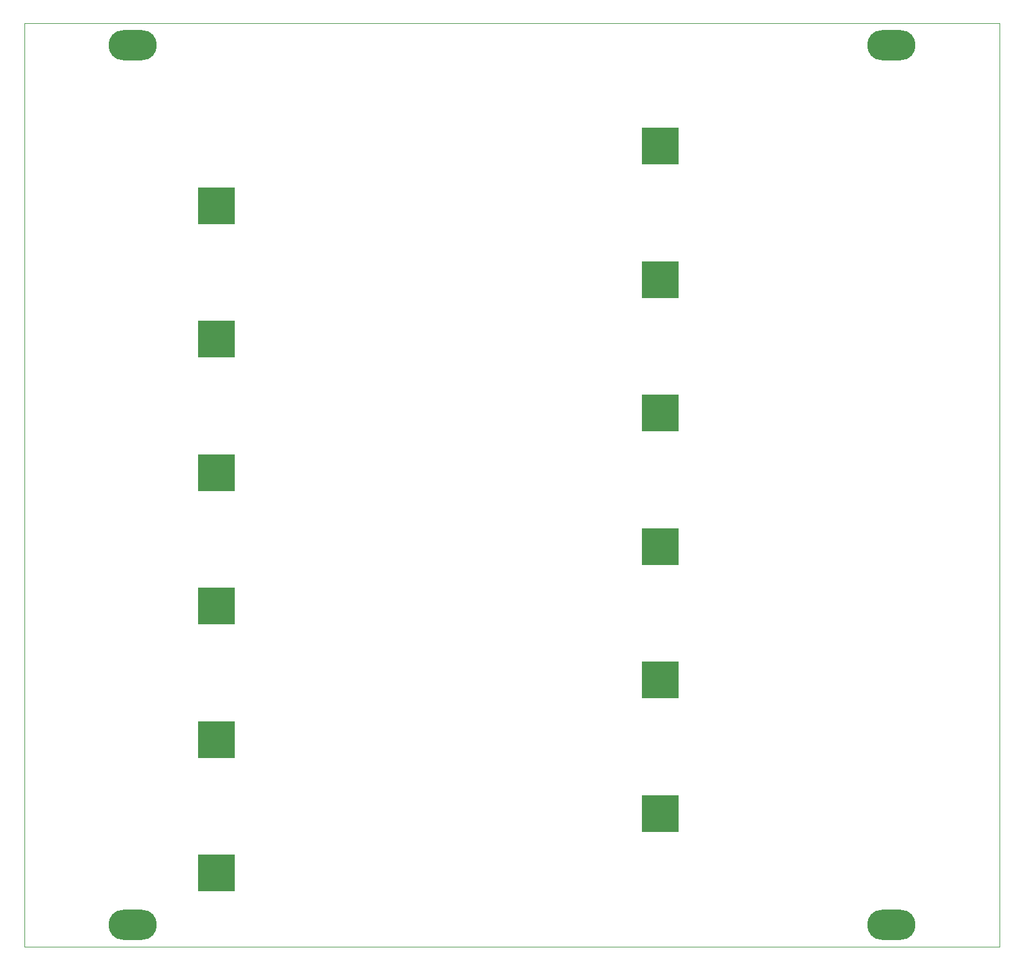
<source format=gbs>
G04 #@! TF.GenerationSoftware,KiCad,Pcbnew,(6.0.0)*
G04 #@! TF.CreationDate,2022-04-30T23:11:35+02:00*
G04 #@! TF.ProjectId,Output-mixer,4f757470-7574-42d6-9d69-7865722e6b69,rev?*
G04 #@! TF.SameCoordinates,Original*
G04 #@! TF.FileFunction,Soldermask,Bot*
G04 #@! TF.FilePolarity,Negative*
%FSLAX46Y46*%
G04 Gerber Fmt 4.6, Leading zero omitted, Abs format (unit mm)*
G04 Created by KiCad (PCBNEW (6.0.0)) date 2022-04-30 23:11:35*
%MOMM*%
%LPD*%
G01*
G04 APERTURE LIST*
%ADD10C,0.100000*%
G04 #@! TA.AperFunction,Profile*
%ADD11C,0.050000*%
G04 #@! TD*
%ADD12O,6.700000X4.200000*%
G04 APERTURE END LIST*
D10*
X117146447Y-54146447D02*
X112146447Y-54146447D01*
X112146447Y-54146447D02*
X112146447Y-49146447D01*
X112146447Y-49146447D02*
X117146447Y-49146447D01*
X117146447Y-49146447D02*
X117146447Y-54146447D01*
G36*
X117146447Y-54146447D02*
G01*
X112146447Y-54146447D01*
X112146447Y-49146447D01*
X117146447Y-49146447D01*
X117146447Y-54146447D01*
G37*
X117146447Y-54146447D02*
X112146447Y-54146447D01*
X112146447Y-49146447D01*
X117146447Y-49146447D01*
X117146447Y-54146447D01*
X55646447Y-62396447D02*
X50646447Y-62396447D01*
X50646447Y-62396447D02*
X50646447Y-57396447D01*
X50646447Y-57396447D02*
X55646447Y-57396447D01*
X55646447Y-57396447D02*
X55646447Y-62396447D01*
G36*
X55646447Y-62396447D02*
G01*
X50646447Y-62396447D01*
X50646447Y-57396447D01*
X55646447Y-57396447D01*
X55646447Y-62396447D01*
G37*
X55646447Y-62396447D02*
X50646447Y-62396447D01*
X50646447Y-57396447D01*
X55646447Y-57396447D01*
X55646447Y-62396447D01*
X117146447Y-128146447D02*
X112146447Y-128146447D01*
X112146447Y-128146447D02*
X112146447Y-123146447D01*
X112146447Y-123146447D02*
X117146447Y-123146447D01*
X117146447Y-123146447D02*
X117146447Y-128146447D01*
G36*
X117146447Y-128146447D02*
G01*
X112146447Y-128146447D01*
X112146447Y-123146447D01*
X117146447Y-123146447D01*
X117146447Y-128146447D01*
G37*
X117146447Y-128146447D02*
X112146447Y-128146447D01*
X112146447Y-123146447D01*
X117146447Y-123146447D01*
X117146447Y-128146447D01*
X55646447Y-117896447D02*
X50646447Y-117896447D01*
X50646447Y-117896447D02*
X50646447Y-112896447D01*
X50646447Y-112896447D02*
X55646447Y-112896447D01*
X55646447Y-112896447D02*
X55646447Y-117896447D01*
G36*
X55646447Y-117896447D02*
G01*
X50646447Y-117896447D01*
X50646447Y-112896447D01*
X55646447Y-112896447D01*
X55646447Y-117896447D01*
G37*
X55646447Y-117896447D02*
X50646447Y-117896447D01*
X50646447Y-112896447D01*
X55646447Y-112896447D01*
X55646447Y-117896447D01*
X117146447Y-72646447D02*
X112146447Y-72646447D01*
X112146447Y-72646447D02*
X112146447Y-67646447D01*
X112146447Y-67646447D02*
X117146447Y-67646447D01*
X117146447Y-67646447D02*
X117146447Y-72646447D01*
G36*
X117146447Y-72646447D02*
G01*
X112146447Y-72646447D01*
X112146447Y-67646447D01*
X117146447Y-67646447D01*
X117146447Y-72646447D01*
G37*
X117146447Y-72646447D02*
X112146447Y-72646447D01*
X112146447Y-67646447D01*
X117146447Y-67646447D01*
X117146447Y-72646447D01*
X117146447Y-91146447D02*
X112146447Y-91146447D01*
X112146447Y-91146447D02*
X112146447Y-86146447D01*
X112146447Y-86146447D02*
X117146447Y-86146447D01*
X117146447Y-86146447D02*
X117146447Y-91146447D01*
G36*
X117146447Y-91146447D02*
G01*
X112146447Y-91146447D01*
X112146447Y-86146447D01*
X117146447Y-86146447D01*
X117146447Y-91146447D01*
G37*
X117146447Y-91146447D02*
X112146447Y-91146447D01*
X112146447Y-86146447D01*
X117146447Y-86146447D01*
X117146447Y-91146447D01*
X117146447Y-109646447D02*
X112146447Y-109646447D01*
X112146447Y-109646447D02*
X112146447Y-104646447D01*
X112146447Y-104646447D02*
X117146447Y-104646447D01*
X117146447Y-104646447D02*
X117146447Y-109646447D01*
G36*
X117146447Y-109646447D02*
G01*
X112146447Y-109646447D01*
X112146447Y-104646447D01*
X117146447Y-104646447D01*
X117146447Y-109646447D01*
G37*
X117146447Y-109646447D02*
X112146447Y-109646447D01*
X112146447Y-104646447D01*
X117146447Y-104646447D01*
X117146447Y-109646447D01*
X117146447Y-146646447D02*
X112146447Y-146646447D01*
X112146447Y-146646447D02*
X112146447Y-141646447D01*
X112146447Y-141646447D02*
X117146447Y-141646447D01*
X117146447Y-141646447D02*
X117146447Y-146646447D01*
G36*
X117146447Y-146646447D02*
G01*
X112146447Y-146646447D01*
X112146447Y-141646447D01*
X117146447Y-141646447D01*
X117146447Y-146646447D01*
G37*
X117146447Y-146646447D02*
X112146447Y-146646447D01*
X112146447Y-141646447D01*
X117146447Y-141646447D01*
X117146447Y-146646447D01*
X55646447Y-154896447D02*
X50646447Y-154896447D01*
X50646447Y-154896447D02*
X50646447Y-149896447D01*
X50646447Y-149896447D02*
X55646447Y-149896447D01*
X55646447Y-149896447D02*
X55646447Y-154896447D01*
G36*
X55646447Y-154896447D02*
G01*
X50646447Y-154896447D01*
X50646447Y-149896447D01*
X55646447Y-149896447D01*
X55646447Y-154896447D01*
G37*
X55646447Y-154896447D02*
X50646447Y-154896447D01*
X50646447Y-149896447D01*
X55646447Y-149896447D01*
X55646447Y-154896447D01*
X55646447Y-99396447D02*
X50646447Y-99396447D01*
X50646447Y-99396447D02*
X50646447Y-94396447D01*
X50646447Y-94396447D02*
X55646447Y-94396447D01*
X55646447Y-94396447D02*
X55646447Y-99396447D01*
G36*
X55646447Y-99396447D02*
G01*
X50646447Y-99396447D01*
X50646447Y-94396447D01*
X55646447Y-94396447D01*
X55646447Y-99396447D01*
G37*
X55646447Y-99396447D02*
X50646447Y-99396447D01*
X50646447Y-94396447D01*
X55646447Y-94396447D01*
X55646447Y-99396447D01*
X55646447Y-80896447D02*
X50646447Y-80896447D01*
X50646447Y-80896447D02*
X50646447Y-75896447D01*
X50646447Y-75896447D02*
X55646447Y-75896447D01*
X55646447Y-75896447D02*
X55646447Y-80896447D01*
G36*
X55646447Y-80896447D02*
G01*
X50646447Y-80896447D01*
X50646447Y-75896447D01*
X55646447Y-75896447D01*
X55646447Y-80896447D01*
G37*
X55646447Y-80896447D02*
X50646447Y-80896447D01*
X50646447Y-75896447D01*
X55646447Y-75896447D01*
X55646447Y-80896447D01*
X55646447Y-136396447D02*
X50646447Y-136396447D01*
X50646447Y-136396447D02*
X50646447Y-131396447D01*
X50646447Y-131396447D02*
X55646447Y-131396447D01*
X55646447Y-131396447D02*
X55646447Y-136396447D01*
G36*
X55646447Y-136396447D02*
G01*
X50646447Y-136396447D01*
X50646447Y-131396447D01*
X55646447Y-131396447D01*
X55646447Y-136396447D01*
G37*
X55646447Y-136396447D02*
X50646447Y-136396447D01*
X50646447Y-131396447D01*
X55646447Y-131396447D01*
X55646447Y-136396447D01*
D11*
X26646447Y-34646447D02*
X26646447Y-162646447D01*
X26646447Y-34646447D02*
X161646447Y-34646447D01*
X161646447Y-34646447D02*
X161646447Y-162646447D01*
X161646447Y-162646447D02*
X26646447Y-162646447D01*
D12*
X146646447Y-159646447D03*
X41646447Y-159646447D03*
X146646447Y-37646447D03*
X41646447Y-37646447D03*
M02*

</source>
